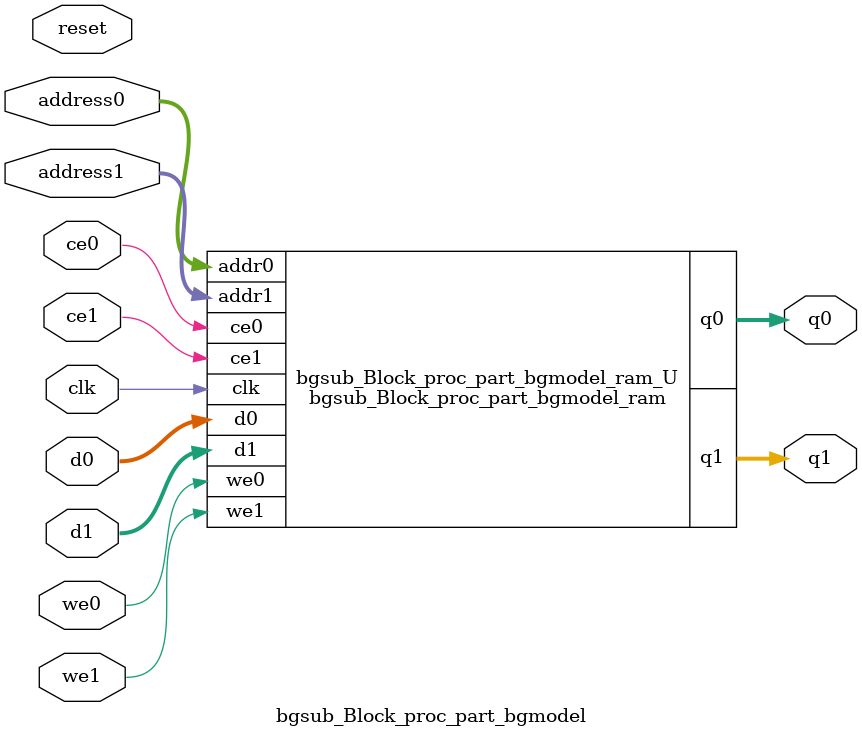
<source format=v>

`timescale 1 ns / 1 ps
module bgsub_Block_proc_part_bgmodel_ram (addr0, ce0, d0, we0, q0, addr1, ce1, d1, we1, q1,  clk);

parameter DWIDTH = 32;
parameter AWIDTH = 13;
parameter MEM_SIZE = 5120;

input[AWIDTH-1:0] addr0;
input ce0;
input[DWIDTH-1:0] d0;
input we0;
output reg[DWIDTH-1:0] q0;
input[AWIDTH-1:0] addr1;
input ce1;
input[DWIDTH-1:0] d1;
input we1;
output reg[DWIDTH-1:0] q1;
input clk;

(* ram_style = "block" *)reg [DWIDTH-1:0] ram[MEM_SIZE-1:0];




always @(posedge clk)  
begin 
    if (ce0) 
    begin
        if (we0) 
        begin 
            ram[addr0] <= d0; 
            q0 <= d0;
        end 
        else 
            q0 <= ram[addr0];
    end
end


always @(posedge clk)  
begin 
    if (ce1) 
    begin
        if (we1) 
        begin 
            ram[addr1] <= d1; 
            q1 <= d1;
        end 
        else 
            q1 <= ram[addr1];
    end
end


endmodule


`timescale 1 ns / 1 ps
module bgsub_Block_proc_part_bgmodel(
    reset,
    clk,
    address0,
    ce0,
    we0,
    d0,
    q0,
    address1,
    ce1,
    we1,
    d1,
    q1);

parameter DataWidth = 32'd32;
parameter AddressRange = 32'd5120;
parameter AddressWidth = 32'd13;
input reset;
input clk;
input[AddressWidth - 1:0] address0;
input ce0;
input we0;
input[DataWidth - 1:0] d0;
output[DataWidth - 1:0] q0;
input[AddressWidth - 1:0] address1;
input ce1;
input we1;
input[DataWidth - 1:0] d1;
output[DataWidth - 1:0] q1;



bgsub_Block_proc_part_bgmodel_ram bgsub_Block_proc_part_bgmodel_ram_U(
    .clk( clk ),
    .addr0( address0 ),
    .ce0( ce0 ),
    .d0( d0 ),
    .we0( we0 ),
    .q0( q0 ),
    .addr1( address1 ),
    .ce1( ce1 ),
    .d1( d1 ),
    .we1( we1 ),
    .q1( q1 ));

endmodule


</source>
